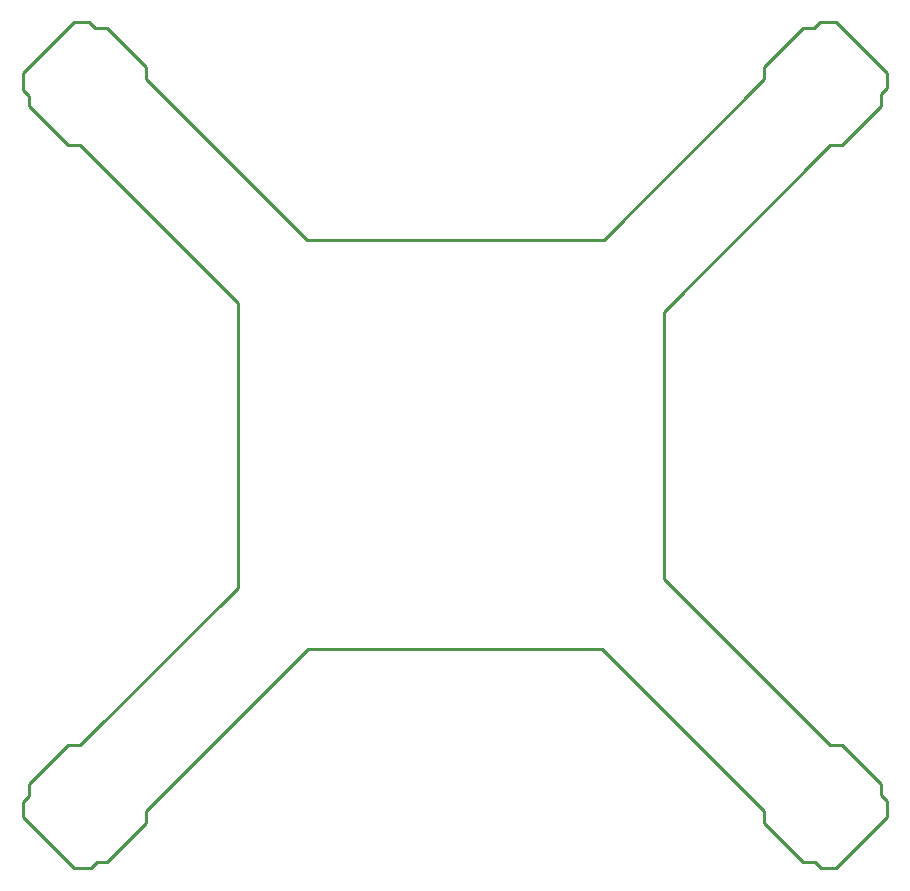
<source format=gko>
G04 ---------------------------- Layer name :KeepOutLayer*
G04 EasyEDA v5.5.12, Thu, 07 Jun 2018 12:22:22 GMT*
G04 1a2565b9f4c04a008b83b97b08c39867*
G04 Gerber Generator version 0.2*
G04 Scale: 100 percent, Rotated: No, Reflected: No *
G04 Dimensions in inches *
G04 leading zeros omitted , absolute positions ,2 integer and 4 decimal *
%FSLAX24Y24*%
%MOIN*%
G90*
G70D02*

%ADD10C,0.010000*%
G54D10*
G01X27100Y0D02*
G01X28800Y1700D01*
G01X26600Y0D02*
G01X27100Y0D01*
G01X24700Y1500D02*
G01X26000Y200D01*
G01X26400Y200D01*
G01X26600Y0D01*
G01X19300Y7300D02*
G01X24700Y1900D01*
G01X24700Y1500D01*
G01X28800Y1700D02*
G01X28800Y2200D01*
G01X28800Y2200D02*
G01X28800Y2250D01*
G01X28600Y2450D01*
G01X28600Y2450D02*
G01X28600Y2800D01*
G01X27300Y4100D01*
G01X26900Y4100D01*
G01X21350Y9650D01*
G01X28800Y26500D02*
G01X27100Y28200D01*
G01X28800Y26000D02*
G01X28800Y26500D01*
G01X27300Y24100D02*
G01X28600Y25400D01*
G01X28600Y25800D01*
G01X28800Y26000D01*
G01X21350Y18550D02*
G01X26700Y23900D01*
G01X26900Y24100D01*
G01X27300Y24100D01*
G01X27100Y28200D02*
G01X26600Y28200D01*
G01X26600Y28200D02*
G01X26550Y28200D01*
G01X26350Y28000D01*
G01X26350Y28000D02*
G01X26000Y28000D01*
G01X24700Y26700D01*
G01X24700Y26300D01*
G01X19350Y20950D01*
G01X1700Y28200D02*
G01X0Y26500D01*
G01X2200Y28200D02*
G01X1700Y28200D01*
G01X4100Y26700D02*
G01X2800Y28000D01*
G01X2400Y28000D01*
G01X2200Y28200D01*
G01X9450Y20950D02*
G01X4300Y26100D01*
G01X4100Y26300D01*
G01X4100Y26700D01*
G01X0Y26500D02*
G01X0Y26000D01*
G01X0Y26000D02*
G01X0Y25950D01*
G01X200Y25750D01*
G01X200Y25750D02*
G01X200Y25400D01*
G01X1500Y24100D01*
G01X1900Y24100D01*
G01X7150Y18850D01*
G01X0Y1700D02*
G01X1700Y0D01*
G01X0Y2200D02*
G01X0Y1700D01*
G01X1500Y4100D02*
G01X200Y2800D01*
G01X200Y2400D01*
G01X0Y2200D01*
G01X7150Y9350D02*
G01X2100Y4300D01*
G01X1900Y4100D01*
G01X1500Y4100D01*
G01X1700Y0D02*
G01X2200Y0D01*
G01X2200Y0D02*
G01X2250Y0D01*
G01X2450Y200D01*
G01X2450Y200D02*
G01X2800Y200D01*
G01X4100Y1500D01*
G01X4100Y1900D01*
G01X9500Y7300D01*
G01X9500Y7300D02*
G01X19300Y7300D01*
G01X21350Y9650D02*
G01X21350Y18550D01*
G01X19350Y20950D02*
G01X9450Y20950D01*
G01X7150Y18800D02*
G01X7150Y9350D01*

%LPD*%
M00*
M02*

</source>
